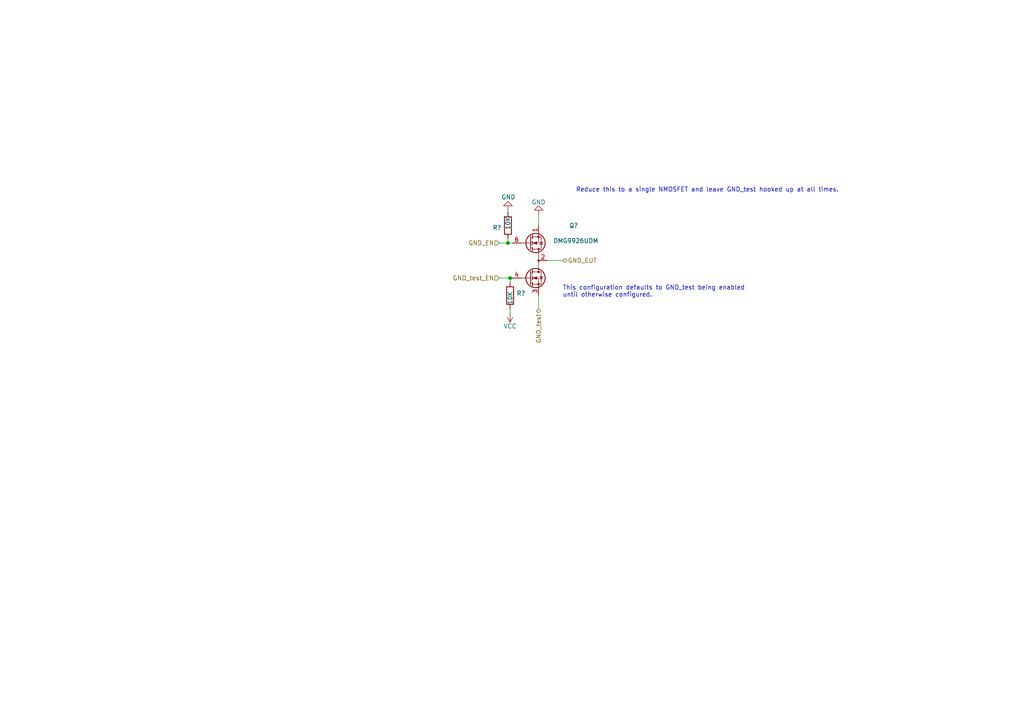
<source format=kicad_sch>
(kicad_sch (version 20211123) (generator eeschema)
  (paper "A4")
  (lib_symbols
    (symbol "Device:R" (pin_numbers hide) (pin_names (offset 0))
      (property "Reference" "R" (at 2.032 0 90))
      (property "Value" "R" (at 0 0 90))
      (symbol "R_0_1"
        (rectangle (start -1.016 -2.54) (end 1.016 2.54) (stroke (width 0.254)))
      )
      (symbol "R_1_1"
        (pin passive line (at 0 3.81 270) (length 1.27) (name "~") (number "1"))
        (pin passive line (at 0 -3.81 90) (length 1.27) (name "~") (number "2"))
      )
    )
    (symbol "Transistor_FET:DMG9926UDM" (pin_names hide)
      (property "Reference" "Q" (at 2.54 3.175 0))
      (property "Value" "DMG9926UDM" (at 2.54 5.08 0))
      (symbol "DMG9926UDM_0_1"
        (circle (center -0.889 5.08) (radius 2.794) (stroke (width 0.254)))
        (polyline (pts (xy -2.286 3.175) (xy -2.286 6.985)) (stroke (width 0.254)))
        (polyline (pts (xy -2.286 5.08) (xy -5.08 5.08)))
        (polyline (pts (xy -1.778 2.794) (xy -1.778 3.81)) (stroke (width 0.254)))
        (polyline (pts (xy -1.778 4.572) (xy -1.778 5.588)) (stroke (width 0.254)))
        (polyline (pts (xy -1.778 6.35) (xy -1.778 7.366)) (stroke (width 0.254)))
        (polyline (pts (xy 0 -3.302) (xy 0 3.302)))
        (polyline (pts (xy 0 7.62) (xy 0 5.08) (xy -1.778 5.08)))
        (polyline (pts (xy -1.778 6.858) (xy 0.762 6.858) (xy 0.762 3.302) (xy -1.778 3.302)))
        (polyline (pts (xy -1.524 5.08) (xy -0.508 4.699) (xy -0.508 5.461) (xy -1.524 5.08)) (fill (type outline)))
        (polyline (pts (xy 0.254 4.572) (xy 0.381 4.699) (xy 1.143 4.699) (xy 1.27 4.826)))
        (polyline (pts (xy 0.762 4.699) (xy 0.381 5.334) (xy 1.143 5.334) (xy 0.762 4.699)))
        (circle (center 0 3.302) (radius 0.254) (fill (type outline)))
        (circle (center 0 6.858) (radius 0.254) (fill (type outline)))
      )
      (symbol "DMG9926UDM_1_1"
        (circle (center -0.889 -5.08) (radius 2.794) (stroke (width 0.254)))
        (circle (center 0 -6.858) (radius 0.254) (fill (type outline)))
        (circle (center 0 -3.302) (radius 0.254) (fill (type outline)))
        (polyline (pts (xy -2.286 -5.08) (xy -5.08 -5.08)))
        (polyline (pts (xy -2.286 -3.175) (xy -2.286 -6.985)) (stroke (width 0.254)))
        (polyline (pts (xy -1.778 -6.35) (xy -1.778 -7.366)) (stroke (width 0.254)))
        (polyline (pts (xy -1.778 -4.572) (xy -1.778 -5.588)) (stroke (width 0.254)))
        (polyline (pts (xy -1.778 -2.794) (xy -1.778 -3.81)) (stroke (width 0.254)))
        (polyline (pts (xy 0 -7.62) (xy 0 -5.08) (xy -1.778 -5.08)))
        (polyline (pts (xy -1.778 -6.858) (xy 0.762 -6.858) (xy 0.762 -3.302) (xy -1.778 -3.302)))
        (polyline (pts (xy -1.524 -5.08) (xy -0.508 -4.699) (xy -0.508 -5.461) (xy -1.524 -5.08)) (fill (type outline)))
        (polyline (pts (xy 0.254 -4.572) (xy 0.381 -4.699) (xy 1.143 -4.699) (xy 1.27 -4.826)))
        (polyline (pts (xy 0.762 -4.699) (xy 0.381 -5.334) (xy 1.143 -5.334) (xy 0.762 -4.699)))
        (circle (center 0 0) (radius 0.254) (fill (type outline)))
        (pin passive line (at 0 10.16 270) (length 2.54) (name "D1") (number "1"))
        (pin passive line (at 2.54 0 180) (length 2.54) (name "S1/D2") (number "2"))
        (pin passive line (at 0 -10.16 90) (length 2.54) (name "S2") (number "3"))
        (pin input line (at -7.62 -5.08 0) (length 2.54) (name "G2") (number "4"))
        (pin passive line (at 2.54 0 180) (length 2.54) hide (name "S1/D2") (number "5"))
        (pin input line (at -7.62 5.08 0) (length 2.54) (name "G1") (number "6"))
      )
    )
    (symbol "power:GND" (power) (pin_names (offset 0))
      (property "Value" "GND" (at 0 -3.81 0))
      (symbol "GND_0_1"
        (polyline (pts (xy 0 0) (xy 0 -1.27) (xy 1.27 -1.27) (xy 0 -2.54) (xy -1.27 -1.27) (xy 0 -1.27)))
      )
      (symbol "GND_1_1"
        (pin power_in line (at 0 0 270) (length 0) hide (name "GND") (number "1"))
      )
    )
    (symbol "power:VCC" (power) (pin_names (offset 0))
      (property "Value" "VCC" (at 0 3.81 0))
      (symbol "VCC_0_1"
        (polyline (pts (xy -0.762 1.27) (xy 0 2.54)))
        (polyline (pts (xy 0 0) (xy 0 2.54)))
        (polyline (pts (xy 0 2.54) (xy 0.762 1.27)))
      )
      (symbol "VCC_1_1"
        (pin power_in line (at 0 0 90) (length 0) hide (name "VCC") (number "1"))
      )
    )
  )
  (junction (at 147.955 80.645))
  (junction (at 147.32 70.485))
  (wire (pts (xy 147.32 69.215) (xy 147.32 70.485)))
  (wire (pts (xy 156.21 85.725) (xy 156.21 89.535)))
  (wire (pts (xy 147.32 60.96) (xy 147.32 61.595)))
  (wire (pts (xy 144.78 70.485) (xy 147.32 70.485)))
  (wire (pts (xy 147.955 90.805) (xy 147.955 89.535)))
  (wire (pts (xy 147.955 80.645) (xy 148.59 80.645)))
  (wire (pts (xy 156.21 62.23) (xy 156.21 65.405)))
  (wire (pts (xy 158.75 75.565) (xy 163.195 75.565)))
  (wire (pts (xy 147.32 70.485) (xy 148.59 70.485)))
  (wire (pts (xy 147.955 81.915) (xy 147.955 80.645)))
  (wire (pts (xy 144.78 80.645) (xy 147.955 80.645)))
  (text "This configuration defaults to GND_test being enabled\nuntil otherwise configured." (at 163.195 86.36 0) (effects (font (size 1.27 1.27)) (justify left bottom)))
  (text "Reduce this to a single NMOSFET and leave GND_test hooked up at all times." (at 167.005 55.88 0) (effects (font (size 1.27 1.27)) (justify left bottom)))
  (hierarchical_label "GND_test" (shape bidirectional) (at 156.21 89.535 270))
  (hierarchical_label "GND_test_EN" (shape input) (at 144.78 80.645 180))
  (hierarchical_label "GND_EUT" (shape bidirectional) (at 163.195 75.565 0))
  (hierarchical_label "GND_EN" (shape input) (at 144.78 70.485 180))
  (symbol (lib_id "Device:R") (at 147.955 85.725 180) (unit 1)
    (property "Reference" "R?" (at 152.4 85.09 0) (effects (justify left)))
    (property "Value" "10K" (at 147.955 84.455 90) (effects (justify left)))
    (property "Footprint" "Resistor_SMD:R_0603_1608Metric_Pad0.98x0.95mm_HandSolder" (effects hide))
    (property "Part Number" "RNCP0603FTD10K0" (effects hide))
    (property "Substitution" "any equivalent" (effects hide))
    (property "Manufacturer" "Stackpole Electronics Inc" (effects hide))
    (property "Description" "RES 10K OHM 1% 1/8W 0603" (effects hide))
  )
  (symbol (lib_id "Transistor_FET:DMG9926UDM") (at 156.21 75.565 0) (unit 1)
    (property "Reference" "Q?" (at 166.37 65.405 0))
    (property "Value" "DMG9926UDM" (at 167.005 69.85 0))
    (property "Footprint" "Package_TO_SOT_SMD:SOT-23-6" (effects hide))
    (property "Datasheet" "https://www.diodes.com/assets/Datasheets/ds31770.pdf" (effects hide))
    (property "Manufacturer" "Diodes Incorporated" (effects hide))
    (property "Part Number" "DMG9926UDM-7" (effects hide))
    (property "Description" "MOSFET 2N-CH 20V 4.2A SOT-26" (effects hide))
  )
  (symbol (lib_id "power:GND") (at 147.32 60.96 180) (unit 1)
    (property "Reference" "#PWR?" (effects hide))
    (property "Value" "GND" (at 145.415 57.15 0) (effects (justify right)))
  )
  (symbol (lib_id "Device:R") (at 147.32 65.405 0) (unit 1)
    (property "Reference" "R?" (at 142.875 66.04 0) (effects (justify left)))
    (property "Value" "10K" (at 147.32 66.675 90) (effects (justify left)))
    (property "Footprint" "Resistor_SMD:R_0603_1608Metric_Pad0.98x0.95mm_HandSolder" (effects hide))
    (property "Part Number" "RNCP0603FTD10K0" (effects hide))
    (property "Substitution" "any equivalent" (effects hide))
    (property "Manufacturer" "Stackpole Electronics Inc" (effects hide))
    (property "Description" "RES 10K OHM 1% 1/8W 0603" (effects hide))
  )
  (symbol (lib_id "power:VCC") (at 147.955 90.805 180) (unit 1)
    (property "Reference" "#PWR?" (effects hide))
    (property "Value" "VCC" (at 149.86 94.615 0) (effects (justify left)))
  )
  (symbol (lib_id "power:GND") (at 156.21 62.23 180) (unit 1)
    (property "Reference" "#PWR?" (effects hide))
    (property "Value" "GND" (at 156.21 58.6542 0))
  )
)
</source>
